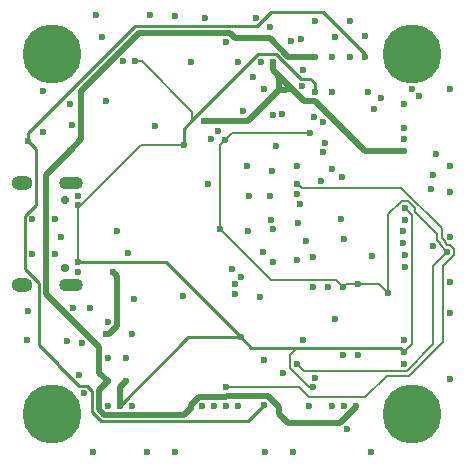
<source format=gbr>
%TF.GenerationSoftware,KiCad,Pcbnew,9.0.6*%
%TF.CreationDate,2025-12-27T02:42:00+01:00*%
%TF.ProjectId,hardware,68617264-7761-4726-952e-6b696361645f,rev?*%
%TF.SameCoordinates,Original*%
%TF.FileFunction,Copper,L2,Inr*%
%TF.FilePolarity,Positive*%
%FSLAX46Y46*%
G04 Gerber Fmt 4.6, Leading zero omitted, Abs format (unit mm)*
G04 Created by KiCad (PCBNEW 9.0.6) date 2025-12-27 02:42:00*
%MOMM*%
%LPD*%
G01*
G04 APERTURE LIST*
%TA.AperFunction,ComponentPad*%
%ADD10C,0.700000*%
%TD*%
%TA.AperFunction,ComponentPad*%
%ADD11O,2.000000X1.100000*%
%TD*%
%TA.AperFunction,ComponentPad*%
%ADD12O,1.800000X1.200000*%
%TD*%
%TA.AperFunction,ViaPad*%
%ADD13C,0.600000*%
%TD*%
%TA.AperFunction,ViaPad*%
%ADD14C,5.000000*%
%TD*%
%TA.AperFunction,Conductor*%
%ADD15C,0.200000*%
%TD*%
%TA.AperFunction,Conductor*%
%ADD16C,0.250000*%
%TD*%
%TA.AperFunction,Conductor*%
%ADD17C,0.500000*%
%TD*%
G04 APERTURE END LIST*
D10*
%TO.N,*%
%TO.C,USB1*%
X138882500Y-105110000D03*
X138882500Y-110890000D03*
D11*
%TO.N,GND*%
X139412500Y-103680000D03*
D12*
X135202500Y-103680000D03*
D11*
X139412500Y-112320000D03*
D12*
X135202500Y-112320000D03*
%TD*%
D13*
%TO.N,GND*%
X171500000Y-104500000D03*
X139500000Y-98750000D03*
X136087500Y-106750000D03*
D14*
X137750000Y-92750000D03*
D13*
X162500000Y-122620000D03*
D14*
X137750000Y-123250000D03*
D13*
X142500000Y-118500000D03*
X148200000Y-126440000D03*
X163000000Y-93000000D03*
X153500000Y-122560000D03*
X144500000Y-122560000D03*
X143800000Y-93380000D03*
D14*
X168250000Y-92750000D03*
D13*
X161750000Y-115250000D03*
X171440000Y-95700000D03*
X171440000Y-102300000D03*
X155700000Y-118680000D03*
X148870000Y-113270000D03*
X145800000Y-126440000D03*
X164800000Y-126500000D03*
X167620000Y-106800000D03*
X136087500Y-109750000D03*
X161500000Y-96000000D03*
X155500000Y-93440000D03*
X158200000Y-126500000D03*
X148200000Y-89560000D03*
X148870000Y-113270000D03*
X156400000Y-102700000D03*
X140980000Y-114280000D03*
X139962500Y-111200000D03*
X159990000Y-120201000D03*
X171440000Y-114700000D03*
D14*
X168250000Y-123250000D03*
D13*
X141200000Y-126440000D03*
X135750000Y-114500000D03*
X150500000Y-122560000D03*
X161500000Y-93000000D03*
X146100000Y-89500000D03*
X157300000Y-119820000D03*
X171500000Y-112100000D03*
X139962500Y-104800000D03*
X141500000Y-89500000D03*
X171440000Y-120300000D03*
X142362500Y-96750000D03*
X167560000Y-119000000D03*
X144000000Y-118500000D03*
X167560000Y-100000000D03*
X155800000Y-126440000D03*
X156217502Y-90493511D03*
%TO.N,5V*%
X160000000Y-96000000D03*
X148910000Y-100500000D03*
X139962500Y-105600000D03*
X159850000Y-121000000D03*
X143500000Y-122560000D03*
X167560000Y-118000000D03*
X139962500Y-110400000D03*
X153750000Y-116750000D03*
X167620000Y-105800000D03*
X144000000Y-120500000D03*
X144800000Y-93380000D03*
%TO.N,3V3-IMU*%
X152500000Y-121000000D03*
X158500002Y-103796997D03*
%TO.N,3V3-MCU*%
X158500000Y-119000000D03*
X171204293Y-109544293D03*
X163660000Y-112240000D03*
X159583220Y-99475569D03*
X162380000Y-112490000D03*
X152450735Y-100049265D03*
X166250000Y-113000000D03*
X152000000Y-107599000D03*
%TO.N,3V3*%
X155750000Y-122500000D03*
X164270000Y-93000000D03*
X135750000Y-100150000D03*
%TO.N,/AT32/VBATADC*%
X162350167Y-103149832D03*
X158000001Y-91651471D03*
%TO.N,Net-(U52-VCC)*%
X140016163Y-119984074D03*
%TO.N,Net-(D2-A)*%
X135650000Y-117000000D03*
X140500000Y-121500000D03*
X162750000Y-124500000D03*
%TO.N,Net-(C29-Pad1)*%
X142500000Y-115500000D03*
%TO.N,Net-(U10-VOUT)*%
X144500000Y-116500000D03*
%TO.N,Net-(U10-VIN)*%
X137000000Y-99400000D03*
X144716000Y-113540000D03*
X144200000Y-109600000D03*
X142000000Y-91350000D03*
%TO.N,VBAT*%
X150595740Y-98445740D03*
X167560000Y-101000000D03*
X146500000Y-98830000D03*
X142900000Y-111200000D03*
X139550000Y-114250000D03*
X156500000Y-93440000D03*
X142300000Y-116500000D03*
%TO.N,Net-(U52-SW)*%
X140287737Y-117206103D03*
%TO.N,Net-(USB1-CC2)*%
X138000000Y-109750000D03*
%TO.N,Net-(USB1-CC1)*%
X138000000Y-106750000D03*
%TO.N,Net-(U8-NRST)*%
X160500000Y-103500000D03*
%TO.N,Net-(U8-PB2)*%
X155600000Y-109515627D03*
%TO.N,Net-(U8-PC13)*%
X160885927Y-100311630D03*
%TO.N,Net-(U8-PC14)*%
X160750000Y-101100000D03*
%TO.N,CUR*%
X158543592Y-104595809D03*
X153500000Y-93440000D03*
%TO.N,Net-(U52-PG)*%
X138999007Y-117081970D03*
%TO.N,Net-(U4-Output)*%
X161450735Y-102549265D03*
%TO.N,Net-(U4-Input)*%
X158500002Y-102250000D03*
%TO.N,UART3_TX*%
X159024000Y-116976000D03*
X155399000Y-113351000D03*
X159500000Y-122620000D03*
%TO.N,VTX*%
X161500000Y-122620000D03*
%TO.N,UART3_RX*%
X154475982Y-104763717D03*
%TO.N,9V*%
X149500000Y-122750000D03*
X142500000Y-120500000D03*
X139250000Y-101000000D03*
X163500000Y-122620000D03*
X160000000Y-93000000D03*
%TO.N,BB-*%
X142500000Y-122560000D03*
%TO.N,UART2_TX*%
X162250000Y-106750000D03*
%TO.N,UART2_RX*%
X156273611Y-106818366D03*
X167560000Y-117000000D03*
X170000000Y-109000000D03*
X169825000Y-104175000D03*
%TO.N,Net-(U7-SW)*%
X139250000Y-97000000D03*
%TO.N,PWM4*%
X156250000Y-104800002D03*
%TO.N,PWM1*%
X156450735Y-97950735D03*
X149500000Y-93440000D03*
X152500000Y-91750000D03*
%TO.N,PWM3*%
X158800002Y-105500000D03*
%TO.N,PWM2*%
X157250000Y-97850000D03*
%TO.N,UART1_RX*%
X152500000Y-122560000D03*
%TO.N,SDA*%
X168801473Y-96350000D03*
X170239000Y-101250000D03*
X164900000Y-109850000D03*
X154400000Y-107750000D03*
X167620000Y-109800000D03*
X159850000Y-109958585D03*
X165600000Y-96500000D03*
X161740078Y-91349000D03*
%TO.N,SCL*%
X160000000Y-90000000D03*
X151832815Y-99332815D03*
X170000000Y-103000000D03*
X167620000Y-110800000D03*
X155000000Y-89701000D03*
X168250000Y-95750000D03*
%TO.N,UART1_TX*%
X151500000Y-122560000D03*
%TO.N,UART7_TX*%
X167500000Y-108750000D03*
%TO.N,SBUS*%
X163000000Y-90000000D03*
X171500000Y-108250000D03*
%TO.N,UART7_RX*%
X158900000Y-95500000D03*
X167500000Y-107750000D03*
%TO.N,BOOT*%
X137000000Y-95900000D03*
X167560000Y-97000000D03*
X155750000Y-95750000D03*
X156750000Y-100599998D03*
%TO.N,UART5_RX*%
X165031587Y-97468413D03*
X167560000Y-99000000D03*
X159940868Y-98121722D03*
%TO.N,UART5_TX*%
X160681397Y-98539000D03*
%TO.N,SPI2_CS*%
X153250000Y-113090003D03*
%TO.N,SP1_SCK*%
X158500000Y-110251000D03*
X156500000Y-110390000D03*
%TO.N,SP1_CS*%
X156501000Y-107585372D03*
X158600000Y-107082207D03*
%TO.N,GYRO_EXTI*%
X159250000Y-108650000D03*
X154298064Y-102243981D03*
%TO.N,D+*%
X138500000Y-108250000D03*
%TO.N,D-*%
X143250000Y-107750000D03*
%TO.N,SWDCLK*%
X153902000Y-97600000D03*
X154750000Y-94750000D03*
X164500000Y-96000000D03*
%TO.N,SPI2_MISO*%
X162380000Y-118260000D03*
X153000000Y-110990000D03*
%TO.N,SWDIO*%
X151232815Y-99932812D03*
X164250000Y-91250000D03*
X150700472Y-89701000D03*
%TO.N,BOX_CS*%
X163660000Y-118260000D03*
X162500000Y-108400000D03*
%TO.N,SPI2_MOSI*%
X153250000Y-112290000D03*
X159850000Y-112490000D03*
%TO.N,LED*%
X159000000Y-94150000D03*
X151000000Y-103750000D03*
X158833182Y-91483201D03*
%TO.N,SPI2_SCK*%
X161120000Y-112490000D03*
X153750000Y-111640000D03*
%TD*%
D15*
%TO.N,5V*%
X159500000Y-121000000D02*
X157899000Y-119399000D01*
D16*
X158819298Y-94874000D02*
X156759298Y-92814000D01*
X149310000Y-116750000D02*
X143500000Y-122560000D01*
D15*
X139962500Y-105600000D02*
X139962500Y-110400000D01*
D16*
X156759298Y-92814000D02*
X155240702Y-92814000D01*
D15*
X157899000Y-119399000D02*
X157899000Y-118235000D01*
D16*
X148910000Y-99144702D02*
X148910000Y-100500000D01*
D15*
X145337500Y-100500000D02*
X148910000Y-100500000D01*
X139962500Y-105600000D02*
X140237500Y-105600000D01*
X149652351Y-97652351D02*
X149652351Y-98402351D01*
X167560000Y-118000000D02*
X168250000Y-117310000D01*
D16*
X153750000Y-116750000D02*
X154634000Y-117634000D01*
D15*
X168250000Y-106430000D02*
X167620000Y-105800000D01*
X144800000Y-93380000D02*
X145380000Y-93380000D01*
D16*
X153750000Y-116750000D02*
X147400000Y-110400000D01*
D15*
X159850000Y-121000000D02*
X159500000Y-121000000D01*
D16*
X147400000Y-110400000D02*
X139962500Y-110400000D01*
X160000000Y-95250000D02*
X159624000Y-94874000D01*
X167194000Y-117634000D02*
X167560000Y-118000000D01*
X158500000Y-117634000D02*
X167194000Y-117634000D01*
D17*
X143500000Y-121000000D02*
X143500000Y-122560000D01*
X144000000Y-120500000D02*
X143500000Y-121000000D01*
D15*
X145380000Y-93380000D02*
X149652351Y-97652351D01*
D16*
X159624000Y-94874000D02*
X158819298Y-94874000D01*
X149652351Y-98402351D02*
X148910000Y-99144702D01*
X154634000Y-117634000D02*
X158500000Y-117634000D01*
D15*
X140237500Y-105600000D02*
X145337500Y-100500000D01*
X157899000Y-118235000D02*
X158500000Y-117634000D01*
D16*
X160000000Y-96000000D02*
X160000000Y-95250000D01*
X155240702Y-92814000D02*
X149652351Y-98402351D01*
X153750000Y-116750000D02*
X149310000Y-116750000D01*
D15*
X168250000Y-117310000D02*
X168250000Y-106430000D01*
%TO.N,3V3-IMU*%
X170839000Y-117138043D02*
X167975043Y-120002000D01*
X171220393Y-108943293D02*
X171453236Y-108943293D01*
X170839000Y-110759529D02*
X170839000Y-117138043D01*
X158898726Y-104101000D02*
X167338043Y-104101000D01*
X166108000Y-120002000D02*
X164259000Y-121851000D01*
X170771000Y-108353957D02*
X171002000Y-108584957D01*
X158500002Y-103796997D02*
X158594723Y-103796997D01*
X171453236Y-108943293D02*
X171805293Y-109295350D01*
X167338043Y-104101000D02*
X170771000Y-107533957D01*
X167975043Y-120002000D02*
X166108000Y-120002000D01*
X171002000Y-108724900D02*
X171220393Y-108943293D01*
X158594723Y-103796997D02*
X158898726Y-104101000D01*
X159501000Y-121851000D02*
X158650000Y-121000000D01*
X171805293Y-109793236D02*
X170839000Y-110759529D01*
X171002000Y-108584957D02*
X171002000Y-108724900D01*
X170771000Y-107533957D02*
X170771000Y-108353957D01*
X171805293Y-109295350D02*
X171805293Y-109793236D01*
X158650000Y-121000000D02*
X152500000Y-121000000D01*
X164259000Y-121851000D02*
X159501000Y-121851000D01*
%TO.N,3V3-MCU*%
X170040000Y-110710000D02*
X170040000Y-117369943D01*
X171204293Y-109544293D02*
X171320000Y-109428586D01*
X162380000Y-112490000D02*
X161779000Y-111889000D01*
X171204293Y-109544293D02*
X171204293Y-109545707D01*
X153024431Y-99475569D02*
X159583220Y-99475569D01*
X156290000Y-111889000D02*
X152000000Y-107599000D01*
X171204293Y-109545707D02*
X170040000Y-110710000D01*
X163660000Y-112240000D02*
X162630000Y-112240000D01*
X159101000Y-119601000D02*
X158500000Y-119000000D01*
X170370000Y-107982900D02*
X168500000Y-106112900D01*
X167808943Y-119601000D02*
X159101000Y-119601000D01*
X167868943Y-105199000D02*
X167371057Y-105199000D01*
X152000000Y-100500000D02*
X152450735Y-100049265D01*
X168500000Y-106112900D02*
X168500000Y-105830057D01*
X152000000Y-107599000D02*
X152000000Y-100500000D01*
X171320000Y-109428586D02*
X171138586Y-109428586D01*
X170601000Y-108751057D02*
X170370000Y-108520057D01*
X167371057Y-105199000D02*
X166250000Y-106320057D01*
X161779000Y-111889000D02*
X156290000Y-111889000D01*
X152450735Y-100049265D02*
X153024431Y-99475569D01*
X170370000Y-108520057D02*
X170370000Y-107982900D01*
X171138586Y-109428586D02*
X170601000Y-108891000D01*
X170601000Y-108891000D02*
X170601000Y-108751057D01*
X166250000Y-106320057D02*
X166250000Y-113000000D01*
X165490000Y-112240000D02*
X163660000Y-112240000D01*
X162630000Y-112240000D02*
X162380000Y-112490000D01*
X170040000Y-117369943D02*
X167808943Y-119601000D01*
X168500000Y-105830057D02*
X167868943Y-105199000D01*
X166250000Y-113000000D02*
X165490000Y-112240000D01*
D16*
%TO.N,3V3*%
X141173000Y-121287702D02*
X141173000Y-123109663D01*
X140759298Y-120874000D02*
X141173000Y-121287702D01*
X164270000Y-93000000D02*
X164270000Y-92770000D01*
X156336298Y-89250000D02*
X155163298Y-90423000D01*
X138250000Y-119103209D02*
X140020791Y-120874000D01*
X154363000Y-123887000D02*
X155750000Y-122500000D01*
X136428500Y-105523702D02*
X135461500Y-106490702D01*
X140020791Y-120874000D02*
X140759298Y-120874000D01*
X138250000Y-119000000D02*
X138250000Y-119103209D01*
X136673000Y-112173000D02*
X136673000Y-117423000D01*
X136673000Y-117423000D02*
X138250000Y-119000000D01*
X136428500Y-100828500D02*
X136428500Y-105523702D01*
X135750000Y-100150000D02*
X136428500Y-100828500D01*
X135461500Y-106490702D02*
X135461500Y-110961500D01*
X141950338Y-123887000D02*
X154363000Y-123887000D01*
X135461500Y-110961500D02*
X136673000Y-112173000D01*
X160750000Y-89250000D02*
X156336298Y-89250000D01*
X141173000Y-123109663D02*
X141950338Y-123887000D01*
X155163298Y-90423000D02*
X144827000Y-90423000D01*
X144827000Y-90423000D02*
X135750000Y-99500000D01*
X164270000Y-92770000D02*
X160750000Y-89250000D01*
X135750000Y-99500000D02*
X135750000Y-100150000D01*
D17*
%TO.N,VBAT*%
X167560000Y-101000000D02*
X164250000Y-101000000D01*
X157535000Y-95805000D02*
X157580000Y-95760000D01*
X159088925Y-96751000D02*
X156828962Y-94491038D01*
X157568962Y-95231038D02*
X157018962Y-94681038D01*
X142900000Y-111200000D02*
X143251000Y-111551000D01*
X156500000Y-94162075D02*
X156500000Y-93440000D01*
X158078962Y-95741038D02*
X157568962Y-95231038D01*
X158060000Y-95760000D02*
X158078962Y-95741038D01*
X156995000Y-95805000D02*
X157535000Y-95805000D01*
X154354260Y-98445740D02*
X150595740Y-98445740D01*
X164250000Y-101000000D02*
X160001000Y-96751000D01*
X159088925Y-96751000D02*
X158078962Y-95741038D01*
X142562075Y-116500000D02*
X142300000Y-116500000D01*
X157018962Y-94681038D02*
X156500000Y-94162075D01*
X143251000Y-111551000D02*
X143251000Y-115811075D01*
X143251000Y-115811075D02*
X142562075Y-116500000D01*
X156828962Y-94491038D02*
X156500000Y-94162075D01*
X157580000Y-95760000D02*
X158060000Y-95760000D01*
X160001000Y-96751000D02*
X159088925Y-96751000D01*
X156995000Y-95805000D02*
X154354260Y-98445740D01*
X157018962Y-94681038D02*
X156995000Y-94705000D01*
X156995000Y-94705000D02*
X156995000Y-95805000D01*
%TO.N,9V*%
X152560000Y-121749000D02*
X152500000Y-121809000D01*
X142500000Y-120500000D02*
X141749000Y-119749000D01*
X156061075Y-121749000D02*
X152560000Y-121749000D01*
X163500000Y-122620000D02*
X163500000Y-122682075D01*
X150188925Y-121809000D02*
X149500000Y-122497925D01*
X157000000Y-123250000D02*
X157000000Y-122687925D01*
X141749000Y-119749000D02*
X141749000Y-117605291D01*
X153251000Y-91438925D02*
X152811075Y-90999000D01*
X142500000Y-120500000D02*
X141749000Y-121251000D01*
X141749000Y-122871075D02*
X142188925Y-123311000D01*
X152811075Y-90999000D02*
X145118925Y-90999000D01*
X140251000Y-95866925D02*
X140251000Y-99999000D01*
X137249000Y-113105291D02*
X137249000Y-103001000D01*
X149500000Y-122497925D02*
X149500000Y-122750000D01*
X162182075Y-124000000D02*
X157750000Y-124000000D01*
X141749000Y-117605291D02*
X137249000Y-113105291D01*
X157759886Y-93000000D02*
X156198811Y-91438925D01*
X145118925Y-90999000D02*
X140251000Y-95866925D01*
X157750000Y-124000000D02*
X157000000Y-123250000D01*
X141749000Y-121251000D02*
X141749000Y-122871075D01*
X137249000Y-103001000D02*
X139250000Y-101000000D01*
X156198811Y-91438925D02*
X153251000Y-91438925D01*
X152500000Y-121809000D02*
X150188925Y-121809000D01*
X148939000Y-123311000D02*
X149500000Y-122750000D01*
X142188925Y-123311000D02*
X148939000Y-123311000D01*
X140251000Y-99999000D02*
X139250000Y-101000000D01*
X163500000Y-122682075D02*
X162182075Y-124000000D01*
X157000000Y-122687925D02*
X156061075Y-121749000D01*
X160000000Y-93000000D02*
X157759886Y-93000000D01*
%TD*%
M02*

</source>
